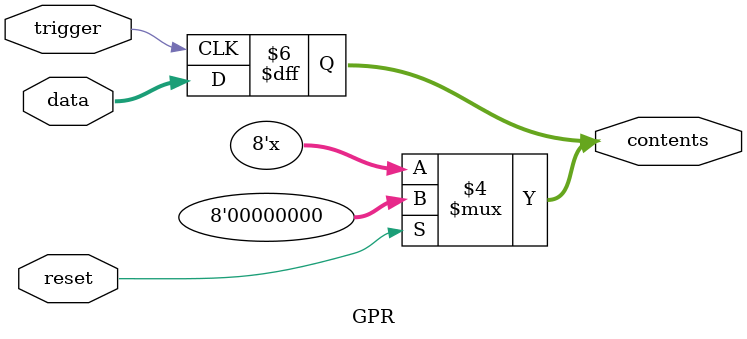
<source format=v>

module registers
  (input resetBar,
   input triggerA,triggerB,triggerX,triggerQ,assertBarA,assertBarB,assertBarX,
   inout [7:0] dbus,
   output [7:0] areg, breg, xreg, qreg
   );

   GPR A(~resetBar,triggerA,dbus,areg);
   GPR B(~resetBar,triggerB,dbus,breg);
   GPR X(~resetBar,triggerX,dbus,xreg);
   GPR Q(~resetBar,triggerQ,dbus,qreg);

   assign dbus = ~assertBarA ? areg : 'z;
   assign dbus = ~assertBarB ? breg : 'z;
   assign dbus = ~assertBarX ? xreg : 'z;

endmodule

module GPR(input reset,trigger, input [7:0] data,
           output reg [7:0] contents);

   always #1 if (reset) contents = 0;
   always @(posedge trigger) contents <= data;

endmodule

</source>
